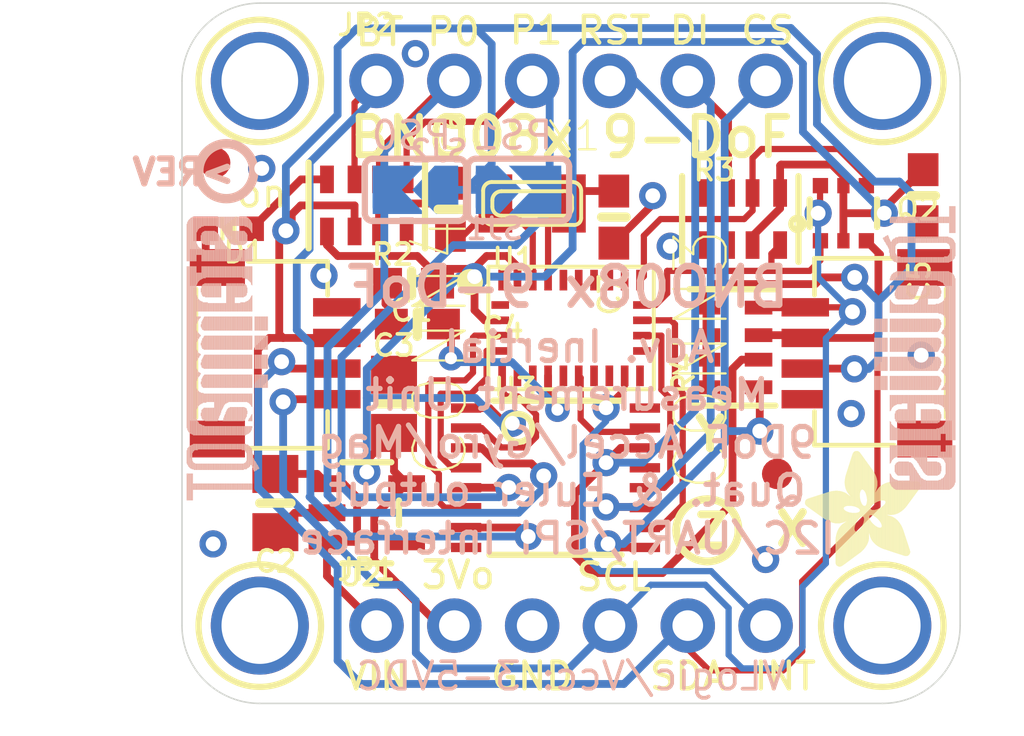
<source format=kicad_pcb>
(kicad_pcb (version 20211014) (generator pcbnew)
  (layers (0 "F.Cu" signal) (31 "B.Cu" signal) (34 "B.Paste" user) (35 "F.Paste" user) (36 "B.SilkS" user "B.Silkscreen") (37 "F.SilkS" user "F.Silkscreen") (38 "B.Mask" user) (39 "F.Mask" user) (44 "Edge.Cuts" user))
  (net 0 "")
  (net 1 "GND")
  (net 2 "SDA/MISO/TX")
  (net 3 "SCL/SCK/RX")
  (net 4 "SCL_3V")
  (net 5 "SDA_3V")
  (net 6 "3.3V")
  (net 7 "INT")
  (net 8 "VCC")
  (net 9 "N$1")
  (net 10 "CAP")
  (net 11 "XIN")
  (net 12 "XOUT")
  (net 13 "RST_3V")
  (net 14 "PS1")
  (net 15 "PS0")
  (net 16 "RST")
  (net 17 "MOSI_3V")
  (net 18 "CS_3V")
  (net 19 "MOSI")
  (net 20 "BOOT")
  (net 21 "BOOT_3V")
  (net 22 "PS1_3V")
  (net 23 "PS0_3V")
  (net 24 "CS")
  (footprint "Adafruit_BNO08x:0603-NO" (layer "F.Cu") (at 143.4846 104.0511)
    (fp_text reference "C4")
    (fp_text value "0.1uF")
  )
  (footprint "Adafruit_BNO08x:FIDUCIAL_1MM" (layer "F.Cu") (at 155.2321 108.9406)
    (fp_text reference "FID4" hide)
    (fp_text value "FIDUCIAL_1MM" hide)
  )
  (footprint "Adafruit_BNO08x:0603-NO" (layer "F.Cu") (at 144.5641 100.3046 90)
    (fp_text reference "C6")
    (fp_text value "22pF")
  )
  (footprint "Adafruit_BNO08x:CHIPLED_0603_NOOUTLINE" (layer "F.Cu") (at 137.3251 100.9396 90)
    (fp_text reference "D1")
    (fp_text value "GREEN")
  )
  (footprint "Adafruit_BNO08x:RESPACK_4X0603" (layer "F.Cu") (at 153.7716 104.8131 90)
    (fp_text reference "R4")
    (fp_text value "10K")
  )
  (footprint "Adafruit_BNO08x:0805-NO" (layer "F.Cu") (at 138.8491 109.8931 -90)
    (fp_text reference "C2")
    (fp_text value "10uF")
  )
  (footprint "Adafruit_BNO08x:FIDUCIAL_1MM" (layer "F.Cu") (at 136.8806 98.7806)
    (fp_text reference "FID3" hide)
    (fp_text value "FIDUCIAL_1MM" hide)
  )
  (footprint "Adafruit_BNO08x:MOUNTINGHOLE_2.5_PLATED" (layer "F.Cu") (at 138.3411 113.8936)
    (fp_text reference "U$19" hide)
    (fp_text value "MOUNTINGHOLE2.5" hide)
  )
  (footprint "Adafruit_BNO08x:SOT23-5" (layer "F.Cu") (at 141.8336 110.2106 -90)
    (fp_text reference "U2")
    (fp_text value "AP2112K-3.3")
  )
  (footprint "Adafruit_BNO08x:JST_SH4" (layer "F.Cu") (at 138.3411 105.0036 -90)
    (fp_text reference "CONN4")
    (fp_text value "STEMMA_I2C_QT" hide)
  )
  (footprint "Adafruit_BNO08x:0805-NO" (layer "F.Cu") (at 142.7226 106.6546 90)
    (fp_text reference "C3")
    (fp_text value "10uF")
  )
  (footprint "Adafruit_BNO08x:MOUNTINGHOLE_2.5_PLATED" (layer "F.Cu") (at 138.3411 96.1136)
    (fp_text reference "U$1" hide)
    (fp_text value "MOUNTINGHOLE2.5" hide)
  )
  (footprint "Adafruit_BNO08x:0603-NO" (layer "F.Cu") (at 149.8981 100.5586 -90)
    (fp_text reference "C7")
    (fp_text value "22pF")
  )
  (footprint "Adafruit_BNO08x:BNO080" (layer "F.Cu") (at 148.5011 104.1781)
    (fp_text reference "U1")
    (fp_text value "BNO080")
  )
  (footprint "Adafruit_BNO08x:0603-NO" (layer "F.Cu") (at 143.2941 102.7176 180)
    (fp_text reference "C1")
    (fp_text value "0.1uF")
  )
  (footprint "Adafruit_BNO08x:RESPACK_4X0603" (layer "F.Cu") (at 154.0256 100.6221)
    (fp_text reference "R3")
    (fp_text value "10K")
  )
  (footprint "Adafruit_BNO08x:RESPACK_4X0603" (layer "F.Cu") (at 141.8336 100.1776 180)
    (fp_text reference "R2")
    (fp_text value "10K")
  )
  (footprint "Adafruit_BNO08x:MOUNTINGHOLE_2.5_PLATED" (layer "F.Cu") (at 158.6611 96.1136)
    (fp_text reference "U$17" hide)
    (fp_text value "MOUNTINGHOLE2.5" hide)
  )
  (footprint "Adafruit_BNO08x:ADAFRUIT_3.5MM" (layer "F.Cu") (at 159.9311 111.9886 90)
    (fp_text reference "U$22" hide)
    (fp_text value "" hide)
  )
  (footprint "Adafruit_BNO08x:SOT363" (layer "F.Cu") (at 157.3911 100.4316)
    (fp_text reference "Q2")
    (fp_text value "BSS138")
  )
  (footprint "Adafruit_BNO08x:MOUNTINGHOLE_2.5_PLATED" (layer "F.Cu") (at 158.6611 113.8936)
    (fp_text reference "U$21" hide)
    (fp_text value "MOUNTINGHOLE2.5" hide)
  )
  (footprint "Adafruit_BNO08x:0603-NO" (layer "F.Cu") (at 159.9946 99.8601 -90)
    (fp_text reference "C5")
    (fp_text value "0.1uF")
  )
  (footprint "Adafruit_BNO08x:1X06_ROUND_70" (layer "F.Cu") (at 148.5011 96.1136)
    (fp_text reference "JP2")
    (fp_text value "")
  )
  (footprint "Adafruit_BNO08x:XTAL3215" (layer "F.Cu") (at 147.2311 100.1141 180)
    (fp_text reference "X1")
    (fp_text value "32.768")
  )
  (footprint "Adafruit_BNO08x:TSSOP16" (layer "F.Cu") (at 147.9931 109.0676 -90)
    (fp_text reference "U3")
    (fp_text value "74AHC4050")
  )
  (footprint "Adafruit_BNO08x:JST_SH4" (layer "F.Cu") (at 158.6611 105.0036 90)
    (fp_text reference "CONN3")
    (fp_text value "STEMMA_I2C_QT" hide)
  )
  (footprint "Adafruit_BNO08x:1X06_ROUND_70" (layer "F.Cu") (at 148.5011 113.8936)
    (fp_text reference "JP1")
    (fp_text value "")
  )
  (footprint "Adafruit_BNO08x:STEMMAQT" (layer "B.Cu") (at 138.5951 100.5586 -90)
    (fp_text reference "U$31" hide)
    (fp_text value "" hide)
  )
  (footprint "Adafruit_BNO08x:SOLDERJUMPER_ARROW_NOPASTE" (layer "B.Cu") (at 143.4211 99.6696 180)
    (fp_text reference "SJ2")
    (fp_text value "PS0")
  )
  (footprint "Adafruit_BNO08x:SOLDERJUMPER_ARROW_NOPASTE" (layer "B.Cu") (at 146.7866 99.6696)
    (fp_text reference "SJ1")
    (fp_text value "PS1")
  )
  (footprint "Adafruit_BNO08x:STEMMAQT" (layer "B.Cu") (at 158.4071 109.4486 90)
    (fp_text reference "U$30" hide)
    (fp_text value "" hide)
  )
  (footprint "Adafruit_BNO08x:PCBFEAT-REV-040" (layer "B.Cu") (at 137.2489 99.06 180)
    (fp_text reference "U$25" hide)
    (fp_text value "" hide)
  )
  (gr_arc (start 153.9661 110.7831) (mid 153.66852 111.50152) (end 152.9501 111.7991) (layer "F.SilkS") (width 0.254))
  (gr_arc (start 152.9501 109.7671) (mid 153.673733 110.059467) (end 153.9661 110.7831) (layer "F.SilkS") (width 0.254))
  (gr_arc (start 151.9341 110.7831) (mid 152.23168 110.06468) (end 152.9501 109.7671) (layer "F.SilkS") (width 0.254))
  (gr_arc (start 152.9501 111.7991) (mid 152.23168 111.50152) (end 151.9341 110.7831) (layer "F.SilkS") (width 0.254))
  (gr_arc (start 138.3411 116.4336) (mid 136.545049 115.689651) (end 135.8011 113.8936) (layer "Edge.Cuts") (width 0.05))
  (gr_line (start 138.3411 116.4336) (end 158.6611 116.4336) (layer "Edge.Cuts") (width 0.05))
  (gr_line (start 135.8011 96.1136) (end 135.8011 113.8936) (layer "Edge.Cuts") (width 0.05))
  (gr_line (start 158.6611 93.5736) (end 138.3411 93.5736) (layer "Edge.Cuts") (width 0.05))
  (gr_line (start 161.2011 113.8936) (end 161.2011 96.1136) (layer "Edge.Cuts") (width 0.05))
  (gr_arc (start 135.8011 96.1136) (mid 136.545049 94.317549) (end 138.3411 93.5736) (layer "Edge.Cuts") (width 0.05))
  (gr_arc (start 161.2011 113.8936) (mid 160.457151 115.689651) (end 158.6611 116.4336) (layer "Edge.Cuts") (width 0.05))
  (gr_arc (start 158.6611 93.5736) (mid 160.457151 94.317549) (end 161.2011 96.1136) (layer "Edge.Cuts") (width 0.05))
  (gr_text "PS0" (at 143.2941 97.8916) (layer "B.SilkS") (effects (font (size 0.89408 0.89408) (thickness 0.12192)) (justify mirror)))
  (gr_text "VLogic/Vcc: 3-5VDC" (at 148.5011 115.5446) (layer "B.SilkS") (effects (font (size 0.89408 0.89408) (thickness 0.12192)) (justify mirror)))
  (gr_text "Adv. Inertial \nMeasurement Unit\n9DoF Accel/Gyro/Mag\nQuat. & Euler output\nI2C/UART/SPI Interface" (at 148.3741 107.9246) (layer "B.SilkS") (effects (font (size 0.97155 0.97155) (thickness 0.17145)) (justify mirror)))
  (gr_text "PS1" (at 146.5961 97.8916) (layer "B.SilkS") (effects (font (size 0.89408 0.89408) (thickness 0.12192)) (justify mirror)))
  (gr_text "BNO08x 9-DoF" (at 148.3741 102.8446) (layer "B.SilkS") (effects (font (size 1.25222 1.25222) (thickness 0.22098)) (justify mirror)))
  (gr_text "on" (at 137.5156 100.3046) (layer "F.SilkS") (effects (font (size 0.89408 0.89408) (thickness 0.12192)) (justify left bottom)))
  (gr_text "CS" (at 154.9146 94.4626) (layer "F.SilkS") (effects (font (size 0.87376 0.87376) (thickness 0.14224))))
  (gr_text "DI" (at 152.3746 94.4626) (layer "F.SilkS") (effects (font (size 0.87376 0.87376) (thickness 0.14224))))
  (gr_text "BNO08x 9-DoF" (at 148.5011 97.9551) (layer "F.SilkS") (effects (font (size 1.25222 1.25222) (thickness 0.22098))))
  (gr_text "P0" (at 144.6657 94.5134) (layer "F.SilkS") (effects (font (size 0.87376 0.87376) (thickness 0.14224))))
  (gr_text "P1" (at 147.3581 94.4626) (layer "F.SilkS") (effects (font (size 0.87376 0.87376) (thickness 0.14224))))
  (gr_text "X" (at 156.3791 110.1481) (layer "F.SilkS") (effects (font (size 1.016 1.016) (thickness 0.254)) (justify right top)))
  (gr_text "SDA" (at 152.3111 115.5446) (layer "F.SilkS") (effects (font (size 0.87376 0.87376) (thickness 0.14224))))
  (gr_text "VIN" (at 142.1511 115.5446) (layer "F.SilkS") (effects (font (size 0.87376 0.87376) (thickness 0.14224))))
  (gr_text "Z" (at 152.4341 111.4161) (layer "F.SilkS") (effects (font (size 1.016 1.016) (thickness 0.254)) (justify left bottom)))
  (gr_text "Y" (at 152.4341 108.2411) (layer "F.SilkS") (effects (font (size 1.016 1.016) (thickness 0.254)) (justify left bottom)))
  (gr_text "INT" (at 155.4861 115.5446) (layer "F.SilkS") (effects (font (size 0.87376 0.87376) (thickness 0.14224))))
  (gr_text "GND" (at 147.2311 115.5446) (layer "F.SilkS") (effects (font (size 0.87376 0.87376) (thickness 0.14224))))
  (gr_text "RST" (at 149.8981 94.4626) (layer "F.SilkS") (effects (font (size 0.87376 0.87376) (thickness 0.14224))))
  (gr_text "3Vo" (at 144.8181 112.2426) (layer "F.SilkS") (effects (font (size 0.87376 0.87376) (thickness 0.14224))))
  (gr_text "SCL" (at 149.8981 112.3061) (layer "F.SilkS") (effects (font (size 0.87376 0.87376) (thickness 0.14224))))
  (gr_text "BT" (at 142.2527 94.5134) (layer "F.SilkS") (effects (font (size 0.87376 0.87376) (thickness 0.14224))))
  (segment (start 136.5751 101.8236) (end 136.9551 102.2036) (width 0.254) (layer "F.Cu") (net 1))
  (segment (start 142.2336 100.1141) (end 143.9046 100.1141) (width 0.254) (layer "F.Cu") (net 1))
  (segment (start 151.1681 100.1386) (end 151.1681 99.8601) (width 0.254) (layer "F.Cu") (net 1))
  (segment (start 140.5335 110.2106) (end 139.4816 110.2106) (width 0.254) (layer "F.Cu") (net 1))
  (segment (start 142.4441 103.3916) (end 142.4441 102.7176) (width 0.254) (layer "F.Cu") (net 1))
  (segment (start 143.9046 100.1141) (end 144.5641 99.4546) (width 0.254) (layer "F.Cu") (net 1))
  (segment (start 149.8981 101.4086) (end 151.1681 100.1386) (width 0.254) (layer "F.Cu") (net 1))
  (segment (start 142.6346 103.5821) (end 142.4441 103.3916) (width 0.254) (layer "F.Cu") (net 1))
  (segment (start 142.2336 101.0276) (end 142.2336 100.1141) (width 0.254) (layer "F.Cu") (net 1))
  (segment (start 136.5751 100.9396) (end 136.5751 101.8236) (width 0.254) (layer "F.Cu") (net 1))
  (segment (start 139.4816 110.2106) (end 138.8491 110.8431) (width 0.254) (layer "F.Cu") (net 1))
  (segment (start 142.6346 104.0511) (end 142.6346 103.5821) (width 0.254) (layer "F.Cu") (net 1))
  (via (at 159.9311 105.0671) (size 0.889) (drill 0.4826) (layers "F.Cu" "B.Cu") (net 1))
  (via (at 143.4211 95.2246) (size 0.889) (drill 0.4826) (layers "F.Cu" "B.Cu") (net 1))
  (via (at 154.8511 111.7346) (size 0.889) (drill 0.4826) (layers "F.Cu" "B.Cu") (net 1))
  (via (at 136.8171 111.2266) (size 0.889) (drill 0.4826) (layers "F.Cu" "B.Cu") (net 1))
  (via (at 140.4366 102.4636) (size 0.889) (drill 0.4826) (layers "F.Cu" "B.Cu") (net 1))
  (via (at 138.4046 98.9711) (size 0.889) (drill 0.4826) (layers "F.Cu" "B.Cu") (net 1))
  (via (at 157.6451 106.9721) (size 0.889) (drill 0.4826) (layers "F.Cu" "B.Cu") (net 1))
  (via (at 151.1681 99.8601) (size 0.889) (drill 0.4826) (layers "F.Cu" "B.Cu") (net 1))
  (via (at 151.7396 101.5111) (size 0.889) (drill 0.4826) (layers "F.Cu" "B.Cu") (net 1))
  (segment (start 139.2776 105.5036) (end 139.0523 105.2783) (width 0.254) (layer "F.Cu") (net 2))
  (segment (start 155.4226 115.3541) (end 156.0449 114.7318) (width 0.2032) (layer "F.Cu") (net 2))
  (segment (start 158.5341 101.7761) (end 158.5341 104.3686) (width 0.254) (layer "F.Cu") (net 2))
  (segment (start 158.3991 104.5036) (end 156.1471 104.5036) (width 0.254) (layer "F.Cu") (net 2))
  (segment (start 156.0566 104.4131) (end 156.1471 104.5036) (width 0.254) (layer "F.Cu") (net 2))
  (segment (start 153.0096 115.3541) (end 155.4226 115.3541) (width 0.2032) (layer "F.Cu") (net 2))
  (segment (start 152.3111 113.8936) (end 152.3111 114.6556) (width 0.2032) (layer "F.Cu") (net 2))
  (segment (start 154.6216 104.4131) (end 156.0566 104.4131) (width 0.254) (layer "F.Cu") (net 2))
  (segment (start 152.3111 114.6556) (end 153.0096 115.3541) (width 0.2032) (layer "F.Cu") (net 2))
  (segment (start 158.5341 101.7761) (end 158.5856 101.7761) (width 0.254) (layer "F.Cu") (net 2))
  (segment (start 156.0449 114.7318) (end 156.0449 112.4458) (width 0.2032) (layer "F.Cu") (net 2))
  (segment (start 140.8551 105.5036) (end 139.2776 105.5036) (width 0.254) (layer "F.Cu") (net 2))
  (segment (start 158.1411 101.3316) (end 158.5856 101.7761) (width 0.254) (layer "F.Cu") (net 2))
  (segment (start 158.5341 104.3686) (end 158.50235 104.40035) (width 0.254) (layer "F.Cu") (net 2))
  (segment (start 156.0449 112.4458) (end 158.50235 109.98835) (width 0.2032) (layer "F.Cu") (net 2))
  (segment (start 158.50235 109.98835) (end 158.50235 104.40035) (width 0.2032) (layer "F.Cu") (net 2))
  (segment (start 158.50235 104.40035) (end 158.3991 104.5036) (width 0.254) (layer "F.Cu") (net 2))
  (via (at 139.0523 105.2783) (size 0.889) (drill 0.4826) (layers "F.Cu" "B.Cu") (net 2))
  (segment (start 152.130312 113.8936) (end 152.3111 113.8936) (width 0.254) (layer "B.Cu") (net 2))
  (segment (start 150.225312 115.7986) (end 152.130312 113.8936) (width 0.254) (layer "B.Cu") (net 2))
  (segment (start 139.0523 105.2783) (end 138.2903 106.0403) (width 0.254) (layer "B.Cu") (net 2))
  (segment (start 138.2903 109.3978) (end 140.8811 111.9886) (width 0.254) (layer "B.Cu") (net 2))
  (segment (start 140.8811 115.0366) (end 141.6431 115.7986) (width 0.254) (layer "B.Cu") (net 2))
  (segment (start 140.8811 111.9886) (end 140.8811 115.0366) (width 0.254) (layer "B.Cu") (net 2))
  (segment (start 141.6431 115.7986) (end 150.225312 115.7986) (width 0.254) (layer "B.Cu") (net 2))
  (segment (start 138.2903 106.0403) (end 138.2903 109.3978) (width 0.254) (layer "B.Cu") (net 2))
  (segment (start 154.6311 103.5036) (end 155.9306 103.5036) (width 0.254) (layer "F.Cu") (net 3))
  (segment (start 154.6216 103.5131) (end 154.6311 103.5036) (width 0.254) (layer "F.Cu") (net 3))
  (segment (start 140.8551 106.5036) (end 139.1906 106.5036) (width 0.254) (layer "F.Cu") (net 3))
  (segment (start 157.687153 103.648654) (end 157.5421 103.5036) (width 0.2032) (layer "F.Cu") (net 3))
  (segment (start 156.5656 100.4316) (end 156.6291 100.3681) (width 0.2032) (layer "F.Cu") (net 3))
  (segment (start 157.5421 103.5036) (end 156.1471 103.5036) (width 0.2032) (layer "F.Cu") (net 3))
  (segment (start 155.9306 103.5036) (end 156.1471 103.5036) (width 0.2032) (layer "F.Cu") (net 3))
  (segment (start 156.6411 99.5316) (end 156.6291 99.5436) (width 0.2032) (layer "F.Cu") (net 3))
  (segment (start 156.6291 99.5436) (end 156.6291 100.3681) (width 0.2032) (layer "F.Cu") (net 3))
  (segment (start 139.1906 106.5036) (end 139.1031 106.5911) (width 0.254) (layer "F.Cu") (net 3))
  (via (at 139.1031 106.5911) (size 0.889) (drill 0.4826) (layers "F.Cu" "B.Cu") (net 3))
  (via (at 157.687153 103.648654) (size 0.889) (drill 0.4826) (layers "F.Cu" "B.Cu") (net 3))
  (via (at 156.5656 100.4316) (size 0.889) (drill 0.4826) (layers "F.Cu" "B.Cu") (net 3))
  (segment (start 155.3591 115.2906) (end 156.0576 114.5921) (width 0.2032) (layer "B.Cu") (net 3))
  (segment (start 148.4376 115.2906) (end 149.7711 113.9571) (width 0.254) (layer "B.Cu") (net 3))
  (segment (start 143.4338 114.7826) (end 143.9418 115.2906) (width 0.254) (layer "B.Cu") (net 3))
  (segment (start 153.6446 114.8461) (end 154.0891 115.2906) (width 0.2032) (layer "B.Cu") (net 3))
  (segment (start 139.1031 106.5911) (end 139.1031 109.5121) (width 0.254) (layer "B.Cu") (net 3))
  (segment (start 153.6446 113.3221) (end 153.6446 114.8461) (width 0.2032) (layer "B.Cu") (net 3))
  (segment (start 156.5656 100.4316) (end 156.5656 102.5271) (width 0.2032) (layer "B.Cu") (net 3))
  (segment (start 149.7711 113.9571) (end 149.7711 113.8936) (width 0.254) (layer "B.Cu") (net 3))
  (segment (start 154.0891 115.2906) (end 155.3591 115.2906) (width 0.2032) (layer "B.Cu") (net 3))
  (segment (start 142.1511 112.5601) (end 142.9131 112.5601) (width 0.254) (layer "B.Cu") (net 3))
  (segment (start 151.1046 112.5601) (end 152.8826 112.5601) (width 0.2032) (layer "B.Cu") (net 3))
  (segment (start 143.4338 113.0808) (end 143.4338 114.7826) (width 0.254) (layer "B.Cu") (net 3))
  (segment (start 149.7711 113.8936) (end 151.1046 112.5601) (width 0.2032) (layer "B.Cu") (net 3))
  (segment (start 139.1031 109.5121) (end 142.1511 112.5601) (width 0.254) (layer "B.Cu") (net 3))
  (segment (start 156.0576 112.6236) (end 156.8196 111.8616) (width 0.2032) (layer "B.Cu") (net 3))
  (segment (start 142.9131 112.5601) (end 143.4338 113.0808) (width 0.254) (layer "B.Cu") (net 3))
  (segment (start 156.8196 104.516207) (end 157.687153 103.648654) (width 0.2032) (layer "B.Cu") (net 3))
  (segment (start 156.0576 114.5921) (end 156.0576 112.6236) (width 0.2032) (layer "B.Cu") (net 3))
  (segment (start 152.8826 112.5601) (end 153.6446 113.3221) (width 0.2032) (layer "B.Cu") (net 3))
  (segment (start 143.9418 115.2906) (end 148.4376 115.2906) (width 0.254) (layer "B.Cu") (net 3))
  (segment (start 157.687153 103.648654) (end 156.5656 102.5271) (width 0.2032) (layer "B.Cu") (net 3))
  (segment (start 156.8196 111.8616) (end 156.8196 104.516207) (width 0.2032) (layer "B.Cu") (net 3))
  (segment (start 156.6411 101.9666) (end 156.2936 102.3141) (width 0.2032) (layer "F.Cu") (net 4))
  (segment (start 151.6391 103.0471) (end 151.2581 103.4281) (width 0.2032) (layer "F.Cu") (net 4))
  (segment (start 156.2936 102.3141) (end 155.0416 102.3141) (width 0.2032) (layer "F.Cu") (net 4))
  (segment (start 150.8136 103.4281) (end 151.2581 103.4281) (width 0.2032) (layer "F.Cu") (net 4))
  (segment (start 155.0416 102.3141) (end 151.6391 102.3141) (width 0.2032) (layer "F.Cu") (net 4))
  (segment (start 155.3256 101.4721) (end 155.0416 101.7561) (width 0.2032) (layer "F.Cu") (net 4))
  (segment (start 156.6411 101.3316) (end 156.6411 101.9666) (width 0.2032) (layer "F.Cu") (net 4))
  (segment (start 151.6391 102.3141) (end 151.6391 103.0471) (width 0.2032) (layer "F.Cu") (net 4))
  (segment (start 155.0416 101.7561) (end 155.0416 102.3141) (width 0.2032) (layer "F.Cu") (net 4))
  (segment (start 154.7241 98.3361) (end 154.4256 98.6346) (width 0.2032) (layer "F.Cu") (net 5))
  (segment (start 154.4256 100.3491) (end 154.4256 99.7721) (width 0.2032) (layer "F.Cu") (net 5))
  (segment (start 154.4256 98.6346) (end 154.4256 99.7721) (width 0.2032) (layer "F.Cu") (net 5))
  (segment (start 154.1526 100.6221) (end 154.4256 100.3491) (width 0.2032) (layer "F.Cu") (net 5))
  (segment (start 151.4221 100.6221) (end 154.1526 100.6221) (width 0.2032) (layer "F.Cu") (net 5))
  (segment (start 158.1411 99.2131) (end 157.2641 98.3361) (width 0.254) (layer "F.Cu") (net 5))
  (segment (start 158.1411 99.5316) (end 158.1411 99.2131) (width 0.254) (layer "F.Cu") (net 5))
  (segment (start 150.7511 102.6156) (end 150.8781 102.4886) (width 0.2032) (layer "F.Cu") (net 5))
  (segment (start 157.2641 98.3361) (end 154.7241 98.3361) (width 0.2032) (layer "F.Cu") (net 5))
  (segment (start 150.8781 101.1661) (end 151.4221 100.6221) (width 0.2032) (layer "F.Cu") (net 5))
  (segment (start 150.8781 101.1661) (end 150.8781 102.4886) (width 0.2032) (layer "F.Cu") (net 5))
  (segment (start 146.1886 103.9281) (end 145.6806 103.9281) (width 0.254) (layer "F.Cu") (net 6))
  (segment (start 157.3911 101.3316) (end 157.3911 100.3681) (width 0.254) (layer "F.Cu") (net 6))
  (segment (start 143.4846 101.8286) (end 140.8901 101.8286) (width 0.254) (layer "F.Cu") (net 6))
  (segment (start 144.6911 113.8936) (end 144.207225 113.8936) (width 0.254) (layer "F.Cu") (net 6))
  (segment (start 145.0721 102.5026) (end 145.3506 102.5026) (width 0.254) (layer "F.Cu") (net 6))
  (segment (start 155.3256 98.8776) (end 155.3591 98.8441) (width 0.254) (layer "F.Cu") (net 6))
  (segment (start 155.3256 100.2746) (end 154.4256 101.1746) (width 0.254) (layer "F.Cu") (net 6))
  (segment (start 144.1441 102.7176) (end 144.6131 102.2486) (width 0.254) (layer "F.Cu") (net 6))
  (segment (start 158.7246 100.4316) (end 157.4546 100.4316) (width 0.254) (layer "F.Cu") (net 6))
  (segment (start 155.3256 99.7721) (end 155.3256 98.8776) (width 0.254) (layer "F.Cu") (net 6))
  (segment (start 146.5834 107.2896) (end 146.3343 107.2896) (width 0.254) (layer "F.Cu") (net 6))
  (segment (start 142.0765 110.3178) (end 142.0765 111.762875) (width 0.254) (layer "F.Cu") (net 6))
  (segment (start 145.7461 101.8286) (end 145.3261 102.2486) (width 0.254) (layer "F.Cu") (net 6))
  (segment (start 155.3256 99.7721) (end 155.3256 100.2746) (width 0.254) (layer "F.Cu") (net 6))
  (segment (start 145.6806 103.9281) (end 145.3506 103.5981) (width 0.254) (layer "F.Cu") (net 6))
  (segment (start 146.7511 102.6156) (end 146.7511 102.1741) (width 0.254) (layer "F.Cu") (net 6))
  (segment (start 142.7226 107.6046) (end 141.8336 108.4936) (width 0.254) (layer "F.Cu") (net 6))
  (segment (start 157.3911 99.2251) (end 157.3911 99.5316) (width 0.254) (layer "F.Cu") (net 6))
  (segment (start 145.3261 102.2486) (end 145.0721 102.5026) (width 0.254) (layer "F.Cu") (net 6))
  (segment (start 145.0753 106.7926) (end 145.8373 106.7926) (width 0.254) (layer "F.Cu") (net 6))
  (segment (start 140.8901 101.8286) (end 140.5336 101.4721) (width 0.254) (layer "F.Cu") (net 6))
  (segment (start 157.0101 98.8441) (end 157.3911 99.2251) (width 0.254) (layer "F.Cu") (net 6))
  (segment (start 155.3591 98.8441) (end 157.0101 98.8441) (width 0.254) (layer "F.Cu") (net 6))
  (segment (start 145.3506 103.5981) (end 145.3506 102.5026) (width 0.254) (layer "F.Cu") (net 6))
  (segment (start 159.9946 99.0101) (end 158.7246 100.2801) (width 0.254) (layer "F.Cu") (net 6))
  (segment (start 158.7246 100.2801) (end 158.7246 100.4316) (width 0.254) (layer "F.Cu") (net 6))
  (segment (start 157.4546 100.4316) (end 157.3911 100.3681) (width 0.254) (layer "F.Cu") (net 6))
  (segment (start 142.7226 108.8495) (end 142.7226 107.6046) (width 0.254) (layer "F.Cu") (net 6))
  (segment (start 146.4056 101.8286) (end 145.7461 101.8286) (width 0.254) (layer "F.Cu") (net 6))
  (segment (start 146.7511 102.1741) (end 146.4056 101.8286) (width 0.254) (layer "F.Cu") (net 6))
  (segment (start 143.1337 109.2606) (end 142.0765 110.3178) (width 0.254) (layer "F.Cu") (net 6))
  (segment (start 144.207225 113.8936) (end 142.0765 111.762875) (width 0.254) (layer "F.Cu") (net 6))
  (segment (start 143.4846 101.8286) (end 143.9046 102.2486) (width 0.254) (layer "F.Cu") (net 6))
  (segment (start 143.1337 109.2606) (end 142.7226 108.8495) (width 0.254) (layer "F.Cu") (net 6))
  (segment (start 140.5336 101.0276) (end 140.5336 101.4721) (width 0.254) (layer "F.Cu") (net 6))
  (segment (start 154.4256 101.1746) (end 154.4256 101.4721) (width 0.254) (layer "F.Cu") (net 6))
  (segment (start 141.8336 108.8771) (end 141.8336 108.4936) (width 0.254) (layer "F.Cu") (net 6))
  (segment (start 146.3343 107.2896) (end 145.8373 106.7926) (width 0.254) (layer "F.Cu") (net 6))
  (segment (start 157.3911 100.3681) (end 157.3911 99.5316) (width 0.254) (layer "F.Cu") (net 6))
  (segment (start 144.6131 102.2486) (end 145.3261 102.2486) (width 0.254) (layer "F.Cu") (net 6))
  (segment (start 143.9046 102.2486) (end 144.6131 102.2486) (width 0.254) (layer "F.Cu") (net 6))
  (via (at 158.7246 100.4316) (size 0.889) (drill 0.4826) (layers "F.Cu" "B.Cu") (net 6))
  (via (at 141.8336 108.8771) (size 0.889) (drill 0.4826) (layers "F.Cu" "B.Cu") (net 6))
  (via (at 145.3506 102.5026) (size 0.889) (drill 0.4826) (layers "F.Cu" "B.Cu") (net 6))
  (via (at 146.5834 107.2896) (size 0.889) (drill 0.4826) (layers "F.Cu" "B.Cu") (net 6))
  (segment (start 144.8426 102.5026) (end 141.8336 105.5116) (width 0.254) (layer "B.Cu") (net 6))
  (segment (start 148.5519 101.5873) (end 147.6366 102.5026) (width 0.254) (layer "B.Cu") (net 6))
  (segment (start 155.3591 94.8436) (end 156.0703 95.5548) (width 0.254) (layer "B.Cu") (net 6))
  (segment (start 141.8336 106.4641) (end 141.8336 108.8771) (width 0.254) (layer "B.Cu") (net 6))
  (segment (start 148.5519 101.5873) (end 148.5519 95.1738) (width 0.254) (layer "B.Cu") (net 6))
  (segment (start 148.8821 94.8436) (end 155.3591 94.8436) (width 0.254) (layer "B.Cu") (net 6))
  (segment (start 156.0703 97.7773) (end 158.7246 100.4316) (width 0.254) (layer "B.Cu") (net 6))
  (segment (start 141.8336 105.5116) (end 141.8336 106.4641) (width 0.254) (layer "B.Cu") (net 6))
  (segment (start 148.5519 95.1738) (end 148.8821 94.8436) (width 0.254) (layer "B.Cu") (net 6))
  (segment (start 145.3769 106.4641) (end 141.8336 106.4641) (width 0.254) (layer "B.Cu") (net 6))
  (segment (start 146.5834 107.2896) (end 146.2024 107.2896) (width 0.254) (layer "B.Cu") (net 6))
  (segment (start 145.3506 102.5026) (end 144.8426 102.5026) (width 0.254) (layer "B.Cu") (net 6))
  (segment (start 145.3506 102.5026) (end 147.6366 102.5026) (width 0.254) (layer "B.Cu") (net 6))
  (segment (start 146.2024 107.2896) (end 145.3769 106.4641) (width 0.254) (layer "B.Cu") (net 6))
  (segment (start 156.0703 95.5548) (end 156.0703 97.7773) (width 0.254) (layer "B.Cu") (net 6))
  (segment (start 150.2511 106.1746) (end 149.6441 106.7816) (width 0.2032) (layer "F.Cu") (net 7))
  (segment (start 150.2511 105.7406) (end 150.2511 106.1746) (width 0.2032) (layer "F.Cu") (net 7))
  (via (at 149.6441 106.7816) (size 0.889) (drill 0.4826) (layers "F.Cu" "B.Cu") (net 7))
  (segment (start 148.8821 111.5441) (end 149.4536 112.1156) (width 0.2032) (layer "B.Cu") (net 7))
  (segment (start 149.6441 106.7816) (end 149.6441 107.2261) (width 0.2032) (layer "B.Cu") (net 7))
  (segment (start 149.6441 107.2261) (end 148.8821 107.9881) (width 0.2032) (layer "B.Cu") (net 7))
  (segment (start 149.4536 112.1156) (end 153.0731 112.1156) (width 0.2032) (layer "B.Cu") (net 7))
  (segment (start 148.8821 107.9881) (end 148.8821 111.5441) (width 0.2032) (layer "B.Cu") (net 7))
  (segment (start 153.0731 112.1156) (end 154.8511 113.8936) (width 0.2032) (layer "B.Cu") (net 7))
  (segment (start 141.4336 100.1776) (end 139.6746 100.1776) (width 0.254) (layer "F.Cu") (net 8))
  (segment (start 152.9216 104.4131) (end 152.9216 103.5131) (width 0.254) (layer "F.Cu") (net 8))
  (segment (start 140.5335 112.276) (end 140.5335 111.1606) (width 0.254) (layer "F.Cu") (net 8))
  (segment (start 141.5161 109.7051) (end 141.5161 111.0971) (width 0.254) (layer "F.Cu") (net 8))
  (segment (start 138.9761 101.219) (end 138.9761 104.3766) (width 0.254) (layer "F.Cu") (net 8))
  (segment (start 141.5161 111.0971) (end 141.4526 111.1606) (width 0.254) (layer "F.Cu") (net 8))
  (segment (start 140.8551 104.5036) (end 139.1031 104.5036) (width 0.254) (layer "F.Cu") (net 8))
  (segment (start 138.9761 104.3766) (end 139.1031 104.5036) (width 0.254) (layer "F.Cu") (net 8))
  (segment (start 141.0716 109.2606) (end 141.5161 109.7051) (width 0.254) (layer "F.Cu") (net 8))
  (segment (start 139.192 101.0031) (end 139.3825 100.8126) (width 0.254) (layer "F.Cu") (net 8))
  (segment (start 140.216 108.9431) (end 138.8491 108.9431) (width 0.254) (layer "F.Cu") (net 8))
  (segment (start 139.3825 100.8126) (end 139.3825 100.4697) (width 0.254) (layer "F.Cu") (net 8))
  (segment (start 138.2776 104.8766) (end 138.2776 108.3716) (width 0.254) (layer "F.Cu") (net 8))
  (segment (start 152.9216 106.1131) (end 152.9216 105.2131) (width 0.254) (layer "F.Cu") (net 8))
  (segment (start 156.691262 102.5271) (end 157.7594 102.5271) (width 0.254) (layer "F.Cu") (net 8))
  (segment (start 141.4336 101.0276) (end 141.4336 100.1776) (width 0.254) (layer "F.Cu") (net 8))
  (segment (start 141.4526 111.1606) (end 140.5335 111.1606) (width 0.254) (layer "F.Cu") (net 8))
  (segment (start 141.0716 109.2606) (end 140.5335 109.2606) (width 0.254) (layer "F.Cu") (net 8))
  (segment (start 157.74505 105.5036) (end 157.75305 105.5116) (width 0.254) (layer "F.Cu") (net 8))
  (segment (start 138.6506 104.5036) (end 138.2776 104.8766) (width 0.254) (layer "F.Cu") (net 8))
  (segment (start 152.9216 102.9961) (end 153.1718 102.7459) (width 0.254) (layer "F.Cu") (net 8))
  (segment (start 139.192 101.0031) (end 138.9761 101.219) (width 0.254) (layer "F.Cu") (net 8))
  (segment (start 140.5335 109.2606) (end 140.216 108.9431) (width 0.254) (layer "F.Cu") (net 8))
  (segment (start 142.1511 113.8936) (end 140.5335 112.276) (width 0.254) (layer "F.Cu") (net 8))
  (segment (start 139.1031 104.5036) (end 138.6506 104.5036) (width 0.254) (layer "F.Cu") (net 8))
  (segment (start 138.2776 108.3716) (end 138.8491 108.9431) (width 0.254) (layer "F.Cu") (net 8))
  (segment (start 156.472462 102.7459) (end 156.691262 102.5271) (width 0.254) (layer "F.Cu") (net 8))
  (segment (start 153.1718 102.7459) (end 156.472462 102.7459) (width 0.254) (layer "F.Cu") (net 8))
  (segment (start 152.9216 105.2131) (end 152.9216 104.4131) (width 0.254) (layer "F.Cu") (net 8))
  (segment (start 152.9216 103.5131) (end 152.9216 102.9961) (width 0.254) (layer "F.Cu") (net 8))
  (segment (start 156.1471 105.5036) (end 157.74505 105.5036) (width 0.254) (layer "F.Cu") (net 8))
  (segment (start 139.6746 100.1776) (end 139.3825 100.4697) (width 0.254) (layer "F.Cu") (net 8))
  (via (at 157.75305 105.5116) (size 0.889) (drill 0.4826) (layers "F.Cu" "B.Cu") (net 8))
  (via (at 157.7594 102.5271) (size 0.889) (drill 0.4826) (layers "F.Cu" "B.Cu") (net 8))
  (via (at 139.192 101.0031) (size 0.889) (drill 0.4826) (layers "F.Cu" "B.Cu") (net 8))
  (segment (start 145.9103 98.8314) (end 145.9103 94.910088) (width 0.254) (layer "B.Cu") (net 8))
  (segment (start 140.8811 95.024388) (end 140.8811 97.221857) (width 0.254) (layer "B.Cu") (net 8))
  (segment (start 158.408437 99.3996) (end 156.5275 97.518663) (width 0.254) (layer "B.Cu") (net 8))
  (segment (start 141.506387 94.3991) (end 145.399312 94.3991) (width 0.254) (layer "B.Cu") (net 8))
  (segment (start 156.5275 97.518663) (end 156.5275 95.238419) (width 0.254) (layer "B.Cu") (net 8))
  (segment (start 157.75305 105.5116) (end 158.2166 105.5116) (width 0.254) (layer "B.Cu") (net 8))
  (segment (start 159.6136 102.2223) (end 159.6136 99.7966) (width 0.254) (layer "B.Cu") (net 8))
  (segment (start 144.4371 99.6696) (end 145.0721 99.6696) (width 0.254) (layer "B.Cu") (net 8))
  (segment (start 159.2166 99.3996) (end 158.408437 99.3996) (width 0.254) (layer "B.Cu") (net 8))
  (segment (start 158.5341 103.3018) (end 159.6136 102.2223) (width 0.254) (layer "B.Cu") (net 8))
  (segment (start 145.386612 94.3864) (end 155.675481 94.3864) (width 0.254) (layer "B.Cu") (net 8))
  (segment (start 145.9103 94.910088) (end 145.399312 94.3991) (width 0.254) (layer "B.Cu") (net 8))
  (segment (start 155.675481 94.3864) (end 156.5275 95.238419) (width 0.254) (layer "B.Cu") (net 8))
  (segment (start 145.0721 99.6696) (end 145.9103 98.8314) (width 0.254) (layer "B.Cu") (net 8))
  (segment (start 158.2166 105.5116) (end 158.5341 105.1941) (width 0.254) (layer "B.Cu") (net 8))
  (segment (start 140.8811 97.221857) (end 139.192 98.910957) (width 0.254) (layer "B.Cu") (net 8))
  (segment (start 145.399312 94.3991) (end 145.386612 94.3864) (width 0.254) (layer "B.Cu") (net 8))
  (segment (start 139.192 98.910957) (end 139.192 101.0031) (width 0.254) (layer "B.Cu") (net 8))
  (segment (start 159.6136 99.7966) (end 159.2166 99.3996) (width 0.254) (layer "B.Cu") (net 8))
  (segment (start 141.506387 94.3991) (end 140.8811 95.024388) (width 0.254) (layer "B.Cu") (net 8))
  (segment (start 157.7594 102.5271) (end 158.5341 103.3018) (width 0.254) (layer "B.Cu") (net 8))
  (segment (start 145.0721 99.6696) (end 145.7706 99.6696) (width 0.254) (layer "B.Cu") (net 8))
  (segment (start 158.5341 105.1941) (end 158.5341 103.3018) (width 0.254) (layer "B.Cu") (net 8))
  (segment (start 139.6871 99.3276) (end 138.0751 100.9396) (width 0.254) (layer "F.Cu") (net 9))
  (segment (start 140.5336 99.3276) (end 139.6871 99.3276) (width 0.254) (layer "F.Cu") (net 9))
  (segment (start 147.7511 106.5396) (end 147.7511 105.7406) (width 0.254) (layer "F.Cu") (net 10))
  (segment (start 144.3346 104.0511) (end 144.580537 104.297038) (width 0.254) (layer "F.Cu") (net 10))
  (segment (start 148.0566 106.8451) (end 147.7511 106.5396) (width 0.254) (layer "F.Cu") (net 10))
  (segment (start 144.580537 104.297038) (end 144.580537 105.16635) (width 0.254) (layer "F.Cu") (net 10))
  (via (at 144.580537 105.16635) (size 0.8001) (drill 0.3937) (layers "F.Cu" "B.Cu") (net 10))
  (via (at 148.0566 106.8451) (size 0.8001) (drill 0.3937) (layers "F.Cu" "B.Cu") (net 10))
  (segment (start 148.0566 106.7816) (end 146.56835 105.29335) (width 0.254) (layer "B.Cu") (net 10))
  (segment (start 144.580537 105.16635) (end 144.707537 105.29335) (width 0.254) (layer "B.Cu") (net 10))
  (segment (start 148.0566 106.8451) (end 148.0566 106.7816) (width 0.254) (layer "B.Cu") (net 10))
  (segment (start 146.56835 105.29335) (end 144.707537 105.29335) (width 0.254) (layer "B.Cu") (net 10))
  (segment (start 147.2511 101.0866) (end 146.2786 100.1141) (width 0.2032) (layer "F.Cu") (net 11))
  (segment (start 144.5641 101.1546) (end 144.9906 101.1546) (width 0.2032) (layer "F.Cu") (net 11))
  (segment (start 146.2786 100.1141) (end 146.0311 100.1141) (width 0.2032) (layer "F.Cu") (net 11))
  (segment (start 144.9906 101.1546) (end 146.0311 100.1141) (width 0.2032) (layer "F.Cu") (net 11))
  (segment (start 147.2511 102.6156) (end 147.2511 101.0866) (width 0.2032) (layer "F.Cu") (net 11))
  (segment (start 147.7511 100.6671) (end 148.18035 100.23785) (width 0.2032) (layer "F.Cu") (net 12))
  (segment (start 148.7096 99.7086) (end 148.18035 100.23785) (width 0.254) (layer "F.Cu") (net 12))
  (segment (start 147.7511 102.6156) (end 147.7511 100.6671) (width 0.2032) (layer "F.Cu") (net 12))
  (segment (start 148.18035 100.23785) (end 148.30735 100.23785) (width 0.2032) (layer "F.Cu") (net 12))
  (segment (start 148.4311 100.1141) (end 148.30735 100.23785) (width 0.2032) (layer "F.Cu") (net 12))
  (segment (start 149.8981 99.7086) (end 148.7096 99.7086) (width 0.254) (layer "F.Cu") (net 12))
  (segment (start 150.7839 107.5696) (end 150.9109 107.4426) (width 0.2032) (layer "F.Cu") (net 13))
  (segment (start 148.7511 105.7406) (end 148.8146 105.8041) (width 0.2032) (layer "F.Cu") (net 13))
  (segment (start 148.8146 107.1586) (end 149.2256 107.5696) (width 0.2032) (layer "F.Cu") (net 13))
  (segment (start 148.8146 105.8041) (end 148.8146 107.1586) (width 0.2032) (layer "F.Cu") (net 13))
  (segment (start 150.7839 107.5696) (end 149.2256 107.5696) (width 0.2032) (layer "F.Cu") (net 13))
  (segment (start 146.4616 109.3926) (end 145.0753 109.3926) (width 0.254) (layer "F.Cu") (net 14))
  (segment (start 143.1336 98.0521) (end 143.7386 97.4471) (width 0.2032) (layer "F.Cu") (net 14))
  (segment (start 146.4691 109.3851) (end 146.4616 109.3926) (width 0.254) (layer "F.Cu") (net 14))
  (segment (start 143.7386 97.4471) (end 145.8976 97.4471) (width 0.2032) (layer "F.Cu") (net 14))
  (segment (start 145.8976 97.4471) (end 147.2311 96.1136) (width 0.2032) (layer "F.Cu") (net 14))
  (segment (start 143.1336 99.3276) (end 143.1336 98.0521) (width 0.2032) (layer "F.Cu") (net 14))
  (via (at 146.4691 109.3851) (size 0.889) (drill 0.4826) (layers "F.Cu" "B.Cu") (net 14))
  (segment (start 147.2311 96.1136) (end 147.8026 96.6851) (width 0.254) (layer "B.Cu") (net 14))
  (segment (start 146.1516 109.7026) (end 141.373006 109.7026) (width 0.254) (layer "B.Cu") (net 14))
  (segment (start 144.6648 101.4739) (end 146.687493 101.4739) (width 0.254) (layer "B.Cu") (net 14))
  (segment (start 147.8026 100.3681) (end 147.8026 99.6696) (width 0.254) (layer "B.Cu") (net 14))
  (segment (start 146.1516 109.7026) (end 146.4691 109.3851) (width 0.254) (layer "B.Cu") (net 14))
  (segment (start 146.687493 101.4739) (end 146.692146 101.478554) (width 0.254) (layer "B.Cu") (net 14))
  (segment (start 141.0081 109.337694) (end 141.0081 105.1306) (width 0.254) (layer "B.Cu") (net 14))
  (segment (start 147.8026 96.6851) (end 147.8026 99.6696) (width 0.254) (layer "B.Cu") (net 14))
  (segment (start 146.692146 101.478554) (end 147.8026 100.3681) (width 0.254) (layer "B.Cu") (net 14))
  (segment (start 141.0081 105.1306) (end 144.6648 101.4739) (width 0.254) (layer "B.Cu") (net 14))
  (segment (start 141.0081 109.337694) (end 141.373006 109.7026) (width 0.254) (layer "B.Cu") (net 14))
  (segment (start 143.5735 97.0407) (end 144.5006 96.1136) (width 0.2032) (layer "F.Cu") (net 15))
  (segment (start 142.2336 98.377363) (end 143.570262 97.0407) (width 0.2032) (layer "F.Cu") (net 15))
  (segment (start 142.2336 99.3276) (end 142.2336 98.377363) (width 0.2032) (layer "F.Cu") (net 15))
  (segment (start 143.570262 97.0407) (end 143.5735 97.0407) (width 0.2032) (layer "F.Cu") (net 15))
  (segment (start 147.2039 108.6006) (end 146.0913 108.6006) (width 0.254) (layer "F.Cu") (net 15))
  (segment (start 145.5833 108.0926) (end 145.0753 108.0926) (width 0.254) (layer "F.Cu") (net 15))
  (segment (start 144.5006 96.1136) (end 144.6911 96.1136) (width 0.2032) (layer "F.Cu") (net 15))
  (segment (start 147.6074 109.0041) (end 147.2039 108.6006) (width 0.254) (layer "F.Cu") (net 15))
  (segment (start 146.0913 108.6006) (end 145.5833 108.0926) (width 0.254) (layer "F.Cu") (net 15))
  (via (at 147.6074 109.0041) (size 0.889) (drill 0.4826) (layers "F.Cu" "B.Cu") (net 15))
  (segment (start 140.5509 109.6264) (end 141.1351 110.2106) (width 0.254) (layer "B.Cu") (net 15))
  (segment (start 147.6074 109.3898) (end 146.7866 110.2106) (width 0.254) (layer "B.Cu") (net 15))
  (segment (start 142.4051 99.6696) (end 142.4051 98.3996) (width 0.254) (layer "B.Cu") (net 15))
  (segment (start 140.5509 104.814219) (end 142.4051 102.960019) (width 0.254) (layer "B.Cu") (net 15))
  (segment (start 142.4051 102.960019) (end 142.4051 99.6696) (width 0.254) (layer "B.Cu") (net 15))
  (segment (start 147.6074 109.3898) (end 147.6074 109.0041) (width 0.254) (layer "B.Cu") (net 15))
  (segment (start 141.1351 110.2106) (end 146.7866 110.2106) (width 0.254) (layer "B.Cu") (net 15))
  (segment (start 140.5509 109.6264) (end 140.5509 104.814219) (width 0.254) (layer "B.Cu") (net 15))
  (segment (start 142.4051 98.3996) (end 144.6911 96.1136) (width 0.254) (layer "B.Cu") (net 15))
  (segment (start 153.7716 105.5116) (end 153.7716 109.8931) (width 0.254) (layer "F.Cu") (net 16))
  (segment (start 154.0701 105.2131) (end 153.7716 105.5116) (width 0.254) (layer "F.Cu") (net 16))
  (segment (start 153.7716 109.8931) (end 151.4856 112.1791) (width 0.254) (layer "F.Cu") (net 16))
  (segment (start 151.4856 112.1791) (end 149.1996 112.1791) (width 0.254) (layer "F.Cu") (net 16))
  (segment (start 148.6281 111.6076) (end 148.6281 109.5889) (width 0.254) (layer "F.Cu") (net 16))
  (segment (start 148.6281 109.5889) (end 149.6441 108.5729) (width 0.254) (layer "F.Cu") (net 16))
  (segment (start 150.9109 108.0926) (end 150.1244 108.0926) (width 0.254) (layer "F.Cu") (net 16))
  (segment (start 149.1996 112.1791) (end 148.6281 111.6076) (width 0.254) (layer "F.Cu") (net 16))
  (segment (start 154.6216 105.2131) (end 154.0701 105.2131) (width 0.254) (layer "F.Cu") (net 16))
  (segment (start 150.1244 108.0926) (end 149.6441 108.5729) (width 0.254) (layer "F.Cu") (net 16))
  (via (at 149.6441 108.5729) (size 0.889) (drill 0.4826) (layers "F.Cu" "B.Cu") (net 16))
  (segment (start 150.586887 96.1136) (end 149.7711 96.1136) (width 0.254) (layer "B.Cu") (net 16))
  (segment (start 152.553518 106.8584) (end 152.553518 98.080232) (width 0.254) (layer "B.Cu") (net 16))
  (segment (start 152.553518 106.8584) (end 150.839018 108.5729) (width 0.254) (layer "B.Cu") (net 16))
  (segment (start 152.553518 98.080232) (end 150.586887 96.1136) (width 0.254) (layer "B.Cu") (net 16))
  (segment (start 149.6441 108.5729) (end 150.839018 108.5729) (width 0.254) (layer "B.Cu") (net 16))
  (segment (start 150.9109 109.3926) (end 151.5416 109.3926) (width 0.2032) (layer "F.Cu") (net 17))
  (segment (start 151.7396 109.1946) (end 151.5416 109.3926) (width 0.2032) (layer "F.Cu") (net 17))
  (segment (start 151.4486 104.4281) (end 151.4486 106.18805) (width 0.2032) (layer "F.Cu") (net 17))
  (segment (start 151.7396 106.47905) (end 151.7396 109.1946) (width 0.2032) (layer "F.Cu") (net 17))
  (segment (start 150.8136 104.4281) (end 151.4486 104.4281) (width 0.2032) (layer "F.Cu") (net 17))
  (segment (start 151.4486 106.18805) (end 151.7396 106.47905) (width 0.2032) (layer "F.Cu") (net 17))
  (segment (start 151.8931 104.0551) (end 151.8931 106.0571) (width 0.2032) (layer "F.Cu") (net 18))
  (segment (start 150.9109 110.6926) (end 151.41 110.6926) (width 0.2032) (layer "F.Cu") (net 18))
  (segment (start 151.8931 106.0571) (end 152.146 106.31) (width 0.2032) (layer "F.Cu") (net 18))
  (segment (start 151.7661 103.9281) (end 151.8931 104.0551) (width 0.2032) (layer "F.Cu") (net 18))
  (segment (start 150.8136 103.9281) (end 151.7661 103.9281) (width 0.2032) (layer "F.Cu") (net 18))
  (segment (start 152.146 106.31) (end 152.146 109.9566) (width 0.2032) (layer "F.Cu") (net 18))
  (segment (start 152.146 109.9566) (end 151.41 110.6926) (width 0.2032) (layer "F.Cu") (net 18))
  (segment (start 153.6256 99.7721) (end 153.6256 97.4281) (width 0.254) (layer "F.Cu") (net 19))
  (segment (start 150.8884 110.0201) (end 149.6441 110.0201) (width 0.254) (layer "F.Cu") (net 19))
  (segment (start 152.4081 96.2106) (end 152.3111 96.1136) (width 0.2032) (layer "F.Cu") (net 19))
  (segment (start 153.6256 97.4281) (end 152.4081 96.2106) (width 0.254) (layer "F.Cu") (net 19))
  (segment (start 150.9109 110.0426) (end 150.8884 110.0201) (width 0.254) (layer "F.Cu") (net 19))
  (via (at 149.6441 110.0201) (size 0.889) (drill 0.4826) (layers "F.Cu" "B.Cu") (net 19))
  (segment (start 152.3111 96.1136) (end 153.0604 96.8629) (width 0.254) (layer "B.Cu") (net 19))
  (segment (start 153.0604 96.8629) (end 153.0604 107.6071) (width 0.254) (layer "B.Cu") (net 19))
  (segment (start 153.0604 107.6071) (end 150.6474 110.0201) (width 0.254) (layer "B.Cu") (net 19))
  (segment (start 149.6441 110.0201) (end 150.6474 110.0201) (width 0.254) (layer "B.Cu") (net 19))
  (segment (start 146.8114 110.6926) (end 145.0753 110.6926) (width 0.254) (layer "F.Cu") (net 20))
  (segment (start 147.1041 110.9853) (end 146.8114 110.6926) (width 0.254) (layer "F.Cu") (net 20))
  (segment (start 141.4336 96.8311) (end 142.1511 96.1136) (width 0.2032) (layer "F.Cu") (net 20))
  (segment (start 141.4336 99.3276) (end 141.4336 96.8311) (width 0.2032) (layer "F.Cu") (net 20))
  (via (at 147.1041 110.9853) (size 0.889) (drill 0.4826) (layers "F.Cu" "B.Cu") (net 20))
  (segment (start 139.9667 98.782838) (end 139.9667 101.6) (width 0.254) (layer "B.Cu") (net 20))
  (segment (start 139.9921 104.6861) (end 139.9921 109.663382) (width 0.254) (layer "B.Cu") (net 20))
  (segment (start 141.263218 110.9853) (end 147.1041 110.9853) (width 0.254) (layer "B.Cu") (net 20))
  (segment (start 139.5476 104.2416) (end 139.9921 104.6861) (width 0.254) (layer "B.Cu") (net 20))
  (segment (start 139.9921 109.663382) (end 139.9667 109.688782) (width 0.254) (layer "B.Cu") (net 20))
  (segment (start 142.1511 96.598438) (end 139.9667 98.782838) (width 0.254) (layer "B.Cu") (net 20))
  (segment (start 139.9667 109.688782) (end 141.263218 110.9853) (width 0.254) (layer "B.Cu") (net 20))
  (segment (start 142.1511 96.1136) (end 142.1511 96.598438) (width 0.254) (layer "B.Cu") (net 20))
  (segment (start 139.9667 101.6) (end 139.5476 102.0191) (width 0.254) (layer "B.Cu") (net 20))
  (segment (start 139.5476 102.0191) (end 139.5476 104.2416) (width 0.254) (layer "B.Cu") (net 20))
  (segment (start 143.8402 106.045) (end 143.9966 105.8886) (width 0.2032) (layer "F.Cu") (net 21))
  (segment (start 145.2996 105.6346) (end 145.0456 105.8886) (width 0.2032) (layer "F.Cu") (net 21))
  (segment (start 144.1863 108.9438) (end 143.8402 108.5977) (width 0.2032) (layer "F.Cu") (net 21))
  (segment (start 144.1863 108.9438) (end 144.1863 109.8521) (width 0.2032) (layer "F.Cu") (net 21))
  (segment (start 145.3631 104.4281) (end 145.2996 104.4916) (width 0.2032) (layer "F.Cu") (net 21))
  (segment (start 145.0456 105.8886) (end 143.9966 105.8886) (width 0.2032) (layer "F.Cu") (net 21))
  (segment (start 145.0753 110.0426) (end 144.3768 110.0426) (width 0.2032) (layer "F.Cu") (net 21))
  (segment (start 146.1886 104.4281) (end 145.3631 104.4281) (width 0.2032) (layer "F.Cu") (net 21))
  (segment (start 143.8402 108.5977) (end 143.8402 106.045) (width 0.2032) (layer "F.Cu") (net 21))
  (segment (start 144.3768 110.0426) (end 144.1863 109.8521) (width 0.2032) (layer "F.Cu") (net 21))
  (segment (start 145.2996 104.4916) (end 145.2996 105.6346) (width 0.2032) (layer "F.Cu") (net 21))
  (segment (start 144.2466 108.3691) (end 144.2466 106.3251) (width 0.2032) (layer "F.Cu") (net 22))
  (segment (start 144.6201 108.7426) (end 144.2466 108.3691) (width 0.2032) (layer "F.Cu") (net 22))
  (segment (start 145.7441 105.8171) (end 145.2361 106.3251) (width 0.2032) (layer "F.Cu") (net 22))
  (segment (start 145.0753 108.7426) (end 144.6201 108.7426) (width 0.2032) (layer "F.Cu") (net 22))
  (segment (start 145.7441 104.9281) (end 145.7441 105.8171) (width 0.2032) (layer "F.Cu") (net 22))
  (segment (start 145.2361 106.3251) (end 144.2466 106.3251) (width 0.2032) (layer "F.Cu") (net 22))
  (segment (start 146.1886 104.9281) (end 145.7441 104.9281) (width 0.2032) (layer "F.Cu") (net 22))
  (segment (start 146.766775 106.4133) (end 147.3581 107.004625) (width 0.2032) (layer "F.Cu") (net 23))
  (segment (start 146.2183 108.0776) (end 145.5833 107.4426) (width 0.2032) (layer "F.Cu") (net 23))
  (segment (start 146.2511 105.7406) (end 146.2511 106.26115) (width 0.2032) (layer "F.Cu") (net 23))
  (segment (start 145.5833 107.4426) (end 145.0753 107.4426) (width 0.2032) (layer "F.Cu") (net 23))
  (segment (start 146.2511 106.26115) (end 146.40325 106.4133) (width 0.2032) (layer "F.Cu") (net 23))
  (segment (start 147.3581 107.7341) (end 147.0146 108.0776) (width 0.2032) (layer "F.Cu") (net 23))
  (segment (start 147.0146 108.0776) (end 146.2183 108.0776) (width 0.2032) (layer "F.Cu") (net 23))
  (segment (start 146.40325 106.4133) (end 146.766775 106.4133) (width 0.2032) (layer "F.Cu") (net 23))
  (segment (start 147.3581 107.004625) (end 147.3581 107.7341) (width 0.2032) (layer "F.Cu") (net 23))
  (segment (start 150.9109 111.3426) (end 149.8236 111.3426) (width 0.254) (layer "F.Cu") (net 24))
  (segment (start 154.6216 106.1131) (end 154.6606 106.1521) (width 0.254) (layer "F.Cu") (net 24))
  (segment (start 149.8236 111.3426) (end 149.7076 111.2266) (width 0.254) (layer "F.Cu") (net 24))
  (segment (start 154.6606 106.1521) (end 154.6606 107.5436) (width 0.254) (layer "F.Cu") (net 24))
  (via (at 154.6606 107.5436) (size 0.889) (drill 0.4826) (layers "F.Cu" "B.Cu") (net 24))
  (via (at 149.7076 111.2266) (size 0.889) (drill 0.4826) (layers "F.Cu" "B.Cu") (net 24))
  (segment (start 153.5176 107.5436) (end 154.6606 107.5436) (width 0.254) (layer "B.Cu") (net 24))
  (segment (start 153.5176 107.5436) (end 153.5176 107.9246) (width 0.254) (layer "B.Cu") (net 24))
  (segment (start 153.4541 107.9246) (end 153.4541 107.9881) (width 0.254) (layer "B.Cu") (net 24))
  (segment (start 153.5176 97.4471) (end 154.8511 96.1136) (width 0.254) (layer "B.Cu") (net 24))
  (segment (start 153.5176 97.4471) (end 153.5176 107.5436) (width 0.254) (layer "B.Cu") (net 24))
  (segment (start 153.4541 107.9881) (end 150.2156 111.2266) (width 0.254) (layer "B.Cu") (net 24))
  (segment (start 153.4541 107.9246) (end 153.5176 107.9246) (width 0.254) (layer "B.Cu") (net 24))
  (segment (start 149.7076 111.2266) (end 150.2156 111.2266) (width 0.254) (layer "B.Cu") (net 24))
)
</source>
